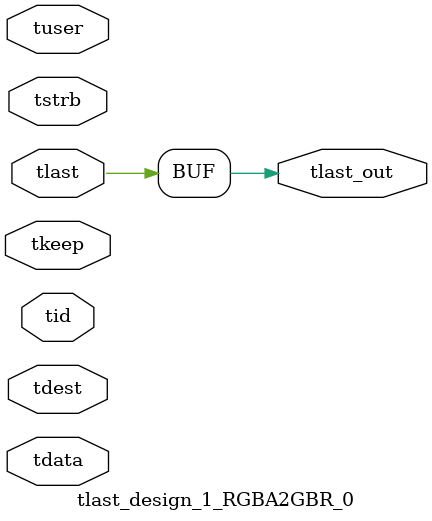
<source format=v>


`timescale 1ps/1ps

module tlast_design_1_RGBA2GBR_0 #
(
parameter C_S_AXIS_TID_WIDTH   = 1,
parameter C_S_AXIS_TUSER_WIDTH = 0,
parameter C_S_AXIS_TDATA_WIDTH = 0,
parameter C_S_AXIS_TDEST_WIDTH = 0
)
(
input  [(C_S_AXIS_TID_WIDTH   == 0 ? 1 : C_S_AXIS_TID_WIDTH)-1:0       ] tid,
input  [(C_S_AXIS_TDATA_WIDTH == 0 ? 1 : C_S_AXIS_TDATA_WIDTH)-1:0     ] tdata,
input  [(C_S_AXIS_TUSER_WIDTH == 0 ? 1 : C_S_AXIS_TUSER_WIDTH)-1:0     ] tuser,
input  [(C_S_AXIS_TDEST_WIDTH == 0 ? 1 : C_S_AXIS_TDEST_WIDTH)-1:0     ] tdest,
input  [(C_S_AXIS_TDATA_WIDTH/8)-1:0 ] tkeep,
input  [(C_S_AXIS_TDATA_WIDTH/8)-1:0 ] tstrb,
input  [0:0]                                                             tlast,
output                                                                   tlast_out
);

assign tlast_out = {tlast};

endmodule


</source>
